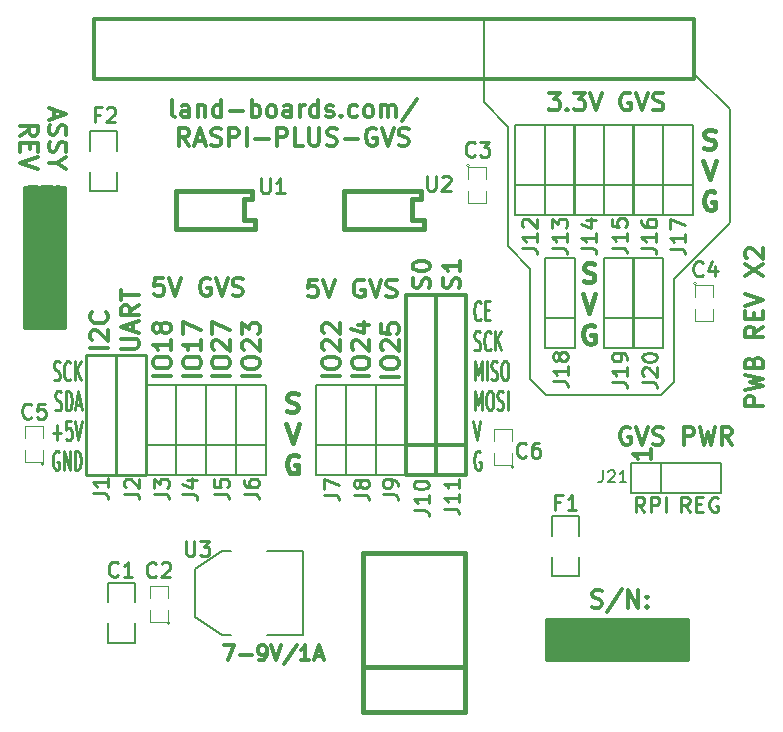
<source format=gto>
G04 (created by PCBNEW (2013-05-31 BZR 4019)-stable) date 8/9/2014 12:33:10 AM*
%MOIN*%
G04 Gerber Fmt 3.4, Leading zero omitted, Abs format*
%FSLAX34Y34*%
G01*
G70*
G90*
G04 APERTURE LIST*
%ADD10C,0.00590551*%
%ADD11C,0.00984252*%
%ADD12C,0.00787402*%
%ADD13C,0.011811*%
%ADD14C,0.015*%
%ADD15C,0.00875*%
%ADD16C,0.01*%
%ADD17C,0.006*%
%ADD18C,0.012*%
%ADD19C,0.005*%
%ADD20C,0.008*%
%ADD21C,0.0039*%
%ADD22C,0.025*%
G04 APERTURE END LIST*
G54D10*
G54D11*
X21135Y-16816D02*
X20968Y-16578D01*
X20849Y-16816D02*
X20849Y-16316D01*
X21039Y-16316D01*
X21087Y-16340D01*
X21111Y-16364D01*
X21135Y-16411D01*
X21135Y-16483D01*
X21111Y-16530D01*
X21087Y-16554D01*
X21039Y-16578D01*
X20849Y-16578D01*
X21349Y-16816D02*
X21349Y-16316D01*
X21539Y-16316D01*
X21587Y-16340D01*
X21611Y-16364D01*
X21635Y-16411D01*
X21635Y-16483D01*
X21611Y-16530D01*
X21587Y-16554D01*
X21539Y-16578D01*
X21349Y-16578D01*
X21849Y-16816D02*
X21849Y-16316D01*
G54D12*
X15790Y-3160D02*
X15790Y-350D01*
X16570Y-3940D02*
X15790Y-3160D01*
X17310Y-12370D02*
X17310Y-8690D01*
X17840Y-12900D02*
X17310Y-12370D01*
X21680Y-12900D02*
X17840Y-12900D01*
X22110Y-12470D02*
X21680Y-12900D01*
X22110Y-9040D02*
X22110Y-12470D01*
X23980Y-7170D02*
X22110Y-9040D01*
G54D11*
X22653Y-16816D02*
X22486Y-16578D01*
X22367Y-16816D02*
X22367Y-16316D01*
X22557Y-16316D01*
X22605Y-16340D01*
X22629Y-16364D01*
X22653Y-16411D01*
X22653Y-16483D01*
X22629Y-16530D01*
X22605Y-16554D01*
X22557Y-16578D01*
X22367Y-16578D01*
X22867Y-16554D02*
X23034Y-16554D01*
X23105Y-16816D02*
X22867Y-16816D01*
X22867Y-16316D01*
X23105Y-16316D01*
X23581Y-16340D02*
X23534Y-16316D01*
X23462Y-16316D01*
X23391Y-16340D01*
X23343Y-16387D01*
X23319Y-16435D01*
X23296Y-16530D01*
X23296Y-16602D01*
X23319Y-16697D01*
X23343Y-16745D01*
X23391Y-16792D01*
X23462Y-16816D01*
X23510Y-16816D01*
X23581Y-16792D01*
X23605Y-16768D01*
X23605Y-16602D01*
X23510Y-16602D01*
G54D13*
X20658Y-14007D02*
X20601Y-13979D01*
X20517Y-13979D01*
X20433Y-14007D01*
X20376Y-14063D01*
X20348Y-14119D01*
X20320Y-14232D01*
X20320Y-14316D01*
X20348Y-14429D01*
X20376Y-14485D01*
X20433Y-14541D01*
X20517Y-14569D01*
X20573Y-14569D01*
X20658Y-14541D01*
X20686Y-14513D01*
X20686Y-14316D01*
X20573Y-14316D01*
X20854Y-13979D02*
X21051Y-14569D01*
X21248Y-13979D01*
X21417Y-14541D02*
X21501Y-14569D01*
X21642Y-14569D01*
X21698Y-14541D01*
X21726Y-14513D01*
X21754Y-14457D01*
X21754Y-14401D01*
X21726Y-14344D01*
X21698Y-14316D01*
X21642Y-14288D01*
X21529Y-14260D01*
X21473Y-14232D01*
X21445Y-14204D01*
X21417Y-14147D01*
X21417Y-14091D01*
X21445Y-14035D01*
X21473Y-14007D01*
X21529Y-13979D01*
X21670Y-13979D01*
X21754Y-14007D01*
X22457Y-14569D02*
X22457Y-13979D01*
X22682Y-13979D01*
X22739Y-14007D01*
X22767Y-14035D01*
X22795Y-14091D01*
X22795Y-14176D01*
X22767Y-14232D01*
X22739Y-14260D01*
X22682Y-14288D01*
X22457Y-14288D01*
X22992Y-13979D02*
X23132Y-14569D01*
X23245Y-14147D01*
X23357Y-14569D01*
X23498Y-13979D01*
X24060Y-14569D02*
X23863Y-14288D01*
X23723Y-14569D02*
X23723Y-13979D01*
X23948Y-13979D01*
X24004Y-14007D01*
X24032Y-14035D01*
X24060Y-14091D01*
X24060Y-14176D01*
X24032Y-14232D01*
X24004Y-14260D01*
X23948Y-14288D01*
X23723Y-14288D01*
X10232Y-9068D02*
X9951Y-9068D01*
X9923Y-9349D01*
X9951Y-9321D01*
X10007Y-9293D01*
X10148Y-9293D01*
X10204Y-9321D01*
X10232Y-9349D01*
X10261Y-9405D01*
X10261Y-9546D01*
X10232Y-9602D01*
X10204Y-9630D01*
X10148Y-9659D01*
X10007Y-9659D01*
X9951Y-9630D01*
X9923Y-9602D01*
X10429Y-9068D02*
X10626Y-9659D01*
X10823Y-9068D01*
X11779Y-9096D02*
X11723Y-9068D01*
X11639Y-9068D01*
X11554Y-9096D01*
X11498Y-9152D01*
X11470Y-9209D01*
X11442Y-9321D01*
X11442Y-9405D01*
X11470Y-9518D01*
X11498Y-9574D01*
X11554Y-9630D01*
X11639Y-9659D01*
X11695Y-9659D01*
X11779Y-9630D01*
X11807Y-9602D01*
X11807Y-9405D01*
X11695Y-9405D01*
X11976Y-9068D02*
X12173Y-9659D01*
X12370Y-9068D01*
X12538Y-9630D02*
X12623Y-9659D01*
X12763Y-9659D01*
X12820Y-9630D01*
X12848Y-9602D01*
X12876Y-9546D01*
X12876Y-9490D01*
X12848Y-9434D01*
X12820Y-9405D01*
X12763Y-9377D01*
X12651Y-9349D01*
X12595Y-9321D01*
X12567Y-9293D01*
X12538Y-9237D01*
X12538Y-9180D01*
X12567Y-9124D01*
X12595Y-9096D01*
X12651Y-9068D01*
X12792Y-9068D01*
X12876Y-9096D01*
G54D12*
X23976Y-3385D02*
X22795Y-2204D01*
X23976Y-7165D02*
X23976Y-3385D01*
X16574Y-7952D02*
X17322Y-8700D01*
X16574Y-3937D02*
X16574Y-7952D01*
G54D14*
X23128Y-4672D02*
X23217Y-4701D01*
X23366Y-4701D01*
X23426Y-4672D01*
X23455Y-4642D01*
X23485Y-4582D01*
X23485Y-4523D01*
X23455Y-4463D01*
X23426Y-4433D01*
X23366Y-4404D01*
X23247Y-4374D01*
X23188Y-4344D01*
X23158Y-4314D01*
X23128Y-4255D01*
X23128Y-4195D01*
X23158Y-4136D01*
X23188Y-4106D01*
X23247Y-4076D01*
X23396Y-4076D01*
X23485Y-4106D01*
X23098Y-5101D02*
X23307Y-5726D01*
X23515Y-5101D01*
X23470Y-6156D02*
X23411Y-6126D01*
X23321Y-6126D01*
X23232Y-6156D01*
X23173Y-6216D01*
X23143Y-6275D01*
X23113Y-6394D01*
X23113Y-6483D01*
X23143Y-6602D01*
X23173Y-6662D01*
X23232Y-6722D01*
X23321Y-6751D01*
X23381Y-6751D01*
X23470Y-6722D01*
X23500Y-6692D01*
X23500Y-6483D01*
X23381Y-6483D01*
X19112Y-9120D02*
X19202Y-9150D01*
X19350Y-9150D01*
X19410Y-9120D01*
X19440Y-9091D01*
X19469Y-9031D01*
X19469Y-8972D01*
X19440Y-8912D01*
X19410Y-8882D01*
X19350Y-8852D01*
X19231Y-8823D01*
X19172Y-8793D01*
X19142Y-8763D01*
X19112Y-8704D01*
X19112Y-8644D01*
X19142Y-8585D01*
X19172Y-8555D01*
X19231Y-8525D01*
X19380Y-8525D01*
X19469Y-8555D01*
X19083Y-9550D02*
X19291Y-10175D01*
X19499Y-9550D01*
X19455Y-10605D02*
X19395Y-10575D01*
X19306Y-10575D01*
X19216Y-10605D01*
X19157Y-10664D01*
X19127Y-10724D01*
X19097Y-10843D01*
X19097Y-10932D01*
X19127Y-11051D01*
X19157Y-11111D01*
X19216Y-11170D01*
X19306Y-11200D01*
X19365Y-11200D01*
X19455Y-11170D01*
X19484Y-11141D01*
X19484Y-10932D01*
X19365Y-10932D01*
G54D13*
X17943Y-2838D02*
X18309Y-2838D01*
X18112Y-3063D01*
X18196Y-3063D01*
X18253Y-3091D01*
X18281Y-3119D01*
X18309Y-3175D01*
X18309Y-3316D01*
X18281Y-3372D01*
X18253Y-3400D01*
X18196Y-3429D01*
X18028Y-3429D01*
X17971Y-3400D01*
X17943Y-3372D01*
X18562Y-3372D02*
X18590Y-3400D01*
X18562Y-3429D01*
X18534Y-3400D01*
X18562Y-3372D01*
X18562Y-3429D01*
X18787Y-2838D02*
X19152Y-2838D01*
X18956Y-3063D01*
X19040Y-3063D01*
X19096Y-3091D01*
X19124Y-3119D01*
X19152Y-3175D01*
X19152Y-3316D01*
X19124Y-3372D01*
X19096Y-3400D01*
X19040Y-3429D01*
X18871Y-3429D01*
X18815Y-3400D01*
X18787Y-3372D01*
X19321Y-2838D02*
X19518Y-3429D01*
X19715Y-2838D01*
X20671Y-2866D02*
X20615Y-2838D01*
X20530Y-2838D01*
X20446Y-2866D01*
X20390Y-2922D01*
X20362Y-2979D01*
X20334Y-3091D01*
X20334Y-3175D01*
X20362Y-3288D01*
X20390Y-3344D01*
X20446Y-3400D01*
X20530Y-3429D01*
X20587Y-3429D01*
X20671Y-3400D01*
X20699Y-3372D01*
X20699Y-3175D01*
X20587Y-3175D01*
X20868Y-2838D02*
X21065Y-3429D01*
X21262Y-2838D01*
X21430Y-3400D02*
X21515Y-3429D01*
X21655Y-3429D01*
X21711Y-3400D01*
X21740Y-3372D01*
X21768Y-3316D01*
X21768Y-3260D01*
X21740Y-3204D01*
X21711Y-3175D01*
X21655Y-3147D01*
X21543Y-3119D01*
X21486Y-3091D01*
X21458Y-3063D01*
X21430Y-3007D01*
X21430Y-2950D01*
X21458Y-2894D01*
X21486Y-2866D01*
X21543Y-2838D01*
X21683Y-2838D01*
X21768Y-2866D01*
X5102Y-9018D02*
X4821Y-9018D01*
X4793Y-9299D01*
X4821Y-9271D01*
X4877Y-9243D01*
X5018Y-9243D01*
X5074Y-9271D01*
X5102Y-9299D01*
X5131Y-9355D01*
X5131Y-9496D01*
X5102Y-9552D01*
X5074Y-9580D01*
X5018Y-9609D01*
X4877Y-9609D01*
X4821Y-9580D01*
X4793Y-9552D01*
X5299Y-9018D02*
X5496Y-9609D01*
X5693Y-9018D01*
X6649Y-9046D02*
X6593Y-9018D01*
X6509Y-9018D01*
X6424Y-9046D01*
X6368Y-9102D01*
X6340Y-9159D01*
X6312Y-9271D01*
X6312Y-9355D01*
X6340Y-9468D01*
X6368Y-9524D01*
X6424Y-9580D01*
X6509Y-9609D01*
X6565Y-9609D01*
X6649Y-9580D01*
X6677Y-9552D01*
X6677Y-9355D01*
X6565Y-9355D01*
X6846Y-9018D02*
X7043Y-9609D01*
X7240Y-9018D01*
X7408Y-9580D02*
X7493Y-9609D01*
X7633Y-9609D01*
X7690Y-9580D01*
X7718Y-9552D01*
X7746Y-9496D01*
X7746Y-9440D01*
X7718Y-9384D01*
X7690Y-9355D01*
X7633Y-9327D01*
X7521Y-9299D01*
X7465Y-9271D01*
X7437Y-9243D01*
X7408Y-9187D01*
X7408Y-9130D01*
X7437Y-9074D01*
X7465Y-9046D01*
X7521Y-9018D01*
X7662Y-9018D01*
X7746Y-9046D01*
X25081Y-13284D02*
X24491Y-13284D01*
X24491Y-13059D01*
X24519Y-13003D01*
X24547Y-12975D01*
X24603Y-12947D01*
X24687Y-12947D01*
X24744Y-12975D01*
X24772Y-13003D01*
X24800Y-13059D01*
X24800Y-13284D01*
X24491Y-12750D02*
X25081Y-12609D01*
X24659Y-12497D01*
X25081Y-12384D01*
X24491Y-12244D01*
X24772Y-11822D02*
X24800Y-11737D01*
X24828Y-11709D01*
X24884Y-11681D01*
X24969Y-11681D01*
X25025Y-11709D01*
X25053Y-11737D01*
X25081Y-11794D01*
X25081Y-12019D01*
X24491Y-12019D01*
X24491Y-11822D01*
X24519Y-11766D01*
X24547Y-11737D01*
X24603Y-11709D01*
X24659Y-11709D01*
X24715Y-11737D01*
X24744Y-11766D01*
X24772Y-11822D01*
X24772Y-12019D01*
X25081Y-10641D02*
X24800Y-10838D01*
X25081Y-10978D02*
X24491Y-10978D01*
X24491Y-10753D01*
X24519Y-10697D01*
X24547Y-10669D01*
X24603Y-10641D01*
X24687Y-10641D01*
X24744Y-10669D01*
X24772Y-10697D01*
X24800Y-10753D01*
X24800Y-10978D01*
X24772Y-10388D02*
X24772Y-10191D01*
X25081Y-10106D02*
X25081Y-10388D01*
X24491Y-10388D01*
X24491Y-10106D01*
X24491Y-9938D02*
X25081Y-9741D01*
X24491Y-9544D01*
X24491Y-8953D02*
X25081Y-8560D01*
X24491Y-8560D02*
X25081Y-8953D01*
X24547Y-8363D02*
X24519Y-8335D01*
X24491Y-8278D01*
X24491Y-8138D01*
X24519Y-8082D01*
X24547Y-8053D01*
X24603Y-8025D01*
X24659Y-8025D01*
X24744Y-8053D01*
X25081Y-8391D01*
X25081Y-8025D01*
X1449Y-3405D02*
X1449Y-3686D01*
X1280Y-3349D02*
X1871Y-3545D01*
X1280Y-3742D01*
X1309Y-3911D02*
X1280Y-3995D01*
X1280Y-4136D01*
X1309Y-4192D01*
X1337Y-4220D01*
X1393Y-4248D01*
X1449Y-4248D01*
X1505Y-4220D01*
X1534Y-4192D01*
X1562Y-4136D01*
X1590Y-4023D01*
X1618Y-3967D01*
X1646Y-3939D01*
X1702Y-3911D01*
X1759Y-3911D01*
X1815Y-3939D01*
X1843Y-3967D01*
X1871Y-4023D01*
X1871Y-4164D01*
X1843Y-4248D01*
X1309Y-4473D02*
X1280Y-4558D01*
X1280Y-4698D01*
X1309Y-4755D01*
X1337Y-4783D01*
X1393Y-4811D01*
X1449Y-4811D01*
X1505Y-4783D01*
X1534Y-4755D01*
X1562Y-4698D01*
X1590Y-4586D01*
X1618Y-4530D01*
X1646Y-4501D01*
X1702Y-4473D01*
X1759Y-4473D01*
X1815Y-4501D01*
X1843Y-4530D01*
X1871Y-4586D01*
X1871Y-4726D01*
X1843Y-4811D01*
X1562Y-5176D02*
X1280Y-5176D01*
X1871Y-4980D02*
X1562Y-5176D01*
X1871Y-5373D01*
X336Y-4277D02*
X617Y-4080D01*
X336Y-3939D02*
X926Y-3939D01*
X926Y-4164D01*
X898Y-4220D01*
X870Y-4248D01*
X814Y-4277D01*
X729Y-4277D01*
X673Y-4248D01*
X645Y-4220D01*
X617Y-4164D01*
X617Y-3939D01*
X645Y-4530D02*
X645Y-4726D01*
X336Y-4811D02*
X336Y-4530D01*
X926Y-4530D01*
X926Y-4811D01*
X926Y-4980D02*
X336Y-5176D01*
X926Y-5373D01*
X19386Y-19974D02*
X19471Y-20002D01*
X19611Y-20002D01*
X19668Y-19974D01*
X19696Y-19946D01*
X19724Y-19890D01*
X19724Y-19834D01*
X19696Y-19777D01*
X19668Y-19749D01*
X19611Y-19721D01*
X19499Y-19693D01*
X19443Y-19665D01*
X19415Y-19637D01*
X19386Y-19580D01*
X19386Y-19524D01*
X19415Y-19468D01*
X19443Y-19440D01*
X19499Y-19412D01*
X19640Y-19412D01*
X19724Y-19440D01*
X20399Y-19384D02*
X19893Y-20143D01*
X20596Y-20002D02*
X20596Y-19412D01*
X20933Y-20002D01*
X20933Y-19412D01*
X21214Y-19946D02*
X21242Y-19974D01*
X21214Y-20002D01*
X21186Y-19974D01*
X21214Y-19946D01*
X21214Y-20002D01*
X21214Y-19637D02*
X21242Y-19665D01*
X21214Y-19693D01*
X21186Y-19665D01*
X21214Y-19637D01*
X21214Y-19693D01*
X21341Y-14713D02*
X21341Y-15050D01*
X21341Y-14881D02*
X20750Y-14881D01*
X20835Y-14938D01*
X20891Y-14994D01*
X20919Y-15050D01*
X7137Y-21262D02*
X7470Y-21262D01*
X7256Y-21762D01*
X7660Y-21571D02*
X8041Y-21571D01*
X8303Y-21762D02*
X8399Y-21762D01*
X8446Y-21738D01*
X8470Y-21714D01*
X8518Y-21643D01*
X8541Y-21548D01*
X8541Y-21357D01*
X8518Y-21310D01*
X8494Y-21286D01*
X8446Y-21262D01*
X8351Y-21262D01*
X8303Y-21286D01*
X8280Y-21310D01*
X8256Y-21357D01*
X8256Y-21476D01*
X8280Y-21524D01*
X8303Y-21548D01*
X8351Y-21571D01*
X8446Y-21571D01*
X8494Y-21548D01*
X8518Y-21524D01*
X8541Y-21476D01*
X8684Y-21262D02*
X8851Y-21762D01*
X9018Y-21262D01*
X9541Y-21238D02*
X9113Y-21881D01*
X9970Y-21762D02*
X9684Y-21762D01*
X9827Y-21762D02*
X9827Y-21262D01*
X9780Y-21333D01*
X9732Y-21381D01*
X9684Y-21405D01*
X10160Y-21619D02*
X10399Y-21619D01*
X10113Y-21762D02*
X10280Y-21262D01*
X10446Y-21762D01*
G54D15*
X1441Y-12403D02*
X1491Y-12433D01*
X1574Y-12433D01*
X1607Y-12403D01*
X1624Y-12372D01*
X1641Y-12310D01*
X1641Y-12248D01*
X1624Y-12186D01*
X1607Y-12155D01*
X1574Y-12124D01*
X1507Y-12093D01*
X1474Y-12062D01*
X1457Y-12031D01*
X1441Y-11969D01*
X1441Y-11907D01*
X1457Y-11845D01*
X1474Y-11814D01*
X1507Y-11783D01*
X1591Y-11783D01*
X1641Y-11814D01*
X1991Y-12372D02*
X1974Y-12403D01*
X1924Y-12433D01*
X1891Y-12433D01*
X1841Y-12403D01*
X1807Y-12341D01*
X1791Y-12279D01*
X1774Y-12155D01*
X1774Y-12062D01*
X1791Y-11938D01*
X1807Y-11876D01*
X1841Y-11814D01*
X1891Y-11783D01*
X1924Y-11783D01*
X1974Y-11814D01*
X1991Y-11845D01*
X2141Y-12433D02*
X2141Y-11783D01*
X2341Y-12433D02*
X2191Y-12062D01*
X2341Y-11783D02*
X2141Y-12155D01*
X1491Y-13400D02*
X1541Y-13431D01*
X1624Y-13431D01*
X1657Y-13400D01*
X1674Y-13369D01*
X1691Y-13307D01*
X1691Y-13245D01*
X1674Y-13183D01*
X1657Y-13152D01*
X1624Y-13121D01*
X1557Y-13090D01*
X1524Y-13060D01*
X1507Y-13029D01*
X1491Y-12967D01*
X1491Y-12905D01*
X1507Y-12843D01*
X1524Y-12812D01*
X1557Y-12781D01*
X1641Y-12781D01*
X1691Y-12812D01*
X1841Y-13431D02*
X1841Y-12781D01*
X1924Y-12781D01*
X1974Y-12812D01*
X2007Y-12874D01*
X2024Y-12936D01*
X2041Y-13060D01*
X2041Y-13152D01*
X2024Y-13276D01*
X2007Y-13338D01*
X1974Y-13400D01*
X1924Y-13431D01*
X1841Y-13431D01*
X2174Y-13245D02*
X2341Y-13245D01*
X2141Y-13431D02*
X2257Y-12781D01*
X2374Y-13431D01*
X1424Y-14181D02*
X1691Y-14181D01*
X1557Y-14428D02*
X1557Y-13933D01*
X2024Y-13778D02*
X1857Y-13778D01*
X1841Y-14088D01*
X1857Y-14057D01*
X1891Y-14026D01*
X1974Y-14026D01*
X2007Y-14057D01*
X2024Y-14088D01*
X2041Y-14150D01*
X2041Y-14305D01*
X2024Y-14367D01*
X2007Y-14398D01*
X1974Y-14428D01*
X1891Y-14428D01*
X1857Y-14398D01*
X1841Y-14367D01*
X2141Y-13778D02*
X2257Y-14428D01*
X2374Y-13778D01*
X1607Y-14807D02*
X1574Y-14776D01*
X1524Y-14776D01*
X1474Y-14807D01*
X1441Y-14869D01*
X1424Y-14931D01*
X1407Y-15055D01*
X1407Y-15147D01*
X1424Y-15271D01*
X1441Y-15333D01*
X1474Y-15395D01*
X1524Y-15426D01*
X1557Y-15426D01*
X1607Y-15395D01*
X1624Y-15364D01*
X1624Y-15147D01*
X1557Y-15147D01*
X1774Y-15426D02*
X1774Y-14776D01*
X1974Y-15426D01*
X1974Y-14776D01*
X2141Y-15426D02*
X2141Y-14776D01*
X2224Y-14776D01*
X2274Y-14807D01*
X2307Y-14869D01*
X2324Y-14931D01*
X2341Y-15055D01*
X2341Y-15147D01*
X2324Y-15271D01*
X2307Y-15333D01*
X2274Y-15395D01*
X2224Y-15426D01*
X2141Y-15426D01*
X15680Y-10372D02*
X15663Y-10403D01*
X15613Y-10433D01*
X15580Y-10433D01*
X15530Y-10403D01*
X15496Y-10341D01*
X15480Y-10279D01*
X15463Y-10155D01*
X15463Y-10062D01*
X15480Y-9938D01*
X15496Y-9876D01*
X15530Y-9814D01*
X15580Y-9783D01*
X15613Y-9783D01*
X15663Y-9814D01*
X15680Y-9845D01*
X15830Y-10093D02*
X15946Y-10093D01*
X15996Y-10433D02*
X15830Y-10433D01*
X15830Y-9783D01*
X15996Y-9783D01*
X15463Y-11400D02*
X15513Y-11431D01*
X15596Y-11431D01*
X15630Y-11400D01*
X15646Y-11369D01*
X15663Y-11307D01*
X15663Y-11245D01*
X15646Y-11183D01*
X15630Y-11152D01*
X15596Y-11121D01*
X15530Y-11090D01*
X15496Y-11060D01*
X15480Y-11029D01*
X15463Y-10967D01*
X15463Y-10905D01*
X15480Y-10843D01*
X15496Y-10812D01*
X15530Y-10781D01*
X15613Y-10781D01*
X15663Y-10812D01*
X16013Y-11369D02*
X15996Y-11400D01*
X15946Y-11431D01*
X15913Y-11431D01*
X15863Y-11400D01*
X15830Y-11338D01*
X15813Y-11276D01*
X15796Y-11152D01*
X15796Y-11060D01*
X15813Y-10936D01*
X15830Y-10874D01*
X15863Y-10812D01*
X15913Y-10781D01*
X15946Y-10781D01*
X15996Y-10812D01*
X16013Y-10843D01*
X16163Y-11431D02*
X16163Y-10781D01*
X16363Y-11431D02*
X16213Y-11060D01*
X16363Y-10781D02*
X16163Y-11152D01*
X15480Y-12428D02*
X15480Y-11778D01*
X15596Y-12243D01*
X15713Y-11778D01*
X15713Y-12428D01*
X15880Y-12428D02*
X15880Y-11778D01*
X16030Y-12398D02*
X16080Y-12428D01*
X16163Y-12428D01*
X16196Y-12398D01*
X16213Y-12367D01*
X16230Y-12305D01*
X16230Y-12243D01*
X16213Y-12181D01*
X16196Y-12150D01*
X16163Y-12119D01*
X16096Y-12088D01*
X16063Y-12057D01*
X16046Y-12026D01*
X16030Y-11964D01*
X16030Y-11902D01*
X16046Y-11840D01*
X16063Y-11809D01*
X16096Y-11778D01*
X16180Y-11778D01*
X16230Y-11809D01*
X16446Y-11778D02*
X16513Y-11778D01*
X16546Y-11809D01*
X16580Y-11871D01*
X16596Y-11995D01*
X16596Y-12212D01*
X16580Y-12336D01*
X16546Y-12398D01*
X16513Y-12428D01*
X16446Y-12428D01*
X16413Y-12398D01*
X16380Y-12336D01*
X16363Y-12212D01*
X16363Y-11995D01*
X16380Y-11871D01*
X16413Y-11809D01*
X16446Y-11778D01*
X15480Y-13426D02*
X15480Y-12776D01*
X15596Y-13240D01*
X15713Y-12776D01*
X15713Y-13426D01*
X15946Y-12776D02*
X16013Y-12776D01*
X16046Y-12807D01*
X16080Y-12869D01*
X16096Y-12993D01*
X16096Y-13209D01*
X16080Y-13333D01*
X16046Y-13395D01*
X16013Y-13426D01*
X15946Y-13426D01*
X15913Y-13395D01*
X15880Y-13333D01*
X15863Y-13209D01*
X15863Y-12993D01*
X15880Y-12869D01*
X15913Y-12807D01*
X15946Y-12776D01*
X16230Y-13395D02*
X16280Y-13426D01*
X16363Y-13426D01*
X16396Y-13395D01*
X16413Y-13364D01*
X16430Y-13302D01*
X16430Y-13240D01*
X16413Y-13178D01*
X16396Y-13147D01*
X16363Y-13116D01*
X16296Y-13085D01*
X16263Y-13055D01*
X16246Y-13024D01*
X16230Y-12962D01*
X16230Y-12900D01*
X16246Y-12838D01*
X16263Y-12807D01*
X16296Y-12776D01*
X16380Y-12776D01*
X16430Y-12807D01*
X16580Y-13426D02*
X16580Y-12776D01*
X15430Y-13773D02*
X15546Y-14423D01*
X15663Y-13773D01*
X15663Y-14802D02*
X15630Y-14771D01*
X15580Y-14771D01*
X15530Y-14802D01*
X15496Y-14864D01*
X15480Y-14926D01*
X15463Y-15050D01*
X15463Y-15142D01*
X15480Y-15266D01*
X15496Y-15328D01*
X15530Y-15390D01*
X15580Y-15421D01*
X15613Y-15421D01*
X15663Y-15390D01*
X15680Y-15359D01*
X15680Y-15142D01*
X15613Y-15142D01*
G54D13*
X5488Y-3659D02*
X5432Y-3630D01*
X5404Y-3574D01*
X5404Y-3068D01*
X5966Y-3659D02*
X5966Y-3349D01*
X5938Y-3293D01*
X5882Y-3265D01*
X5770Y-3265D01*
X5713Y-3293D01*
X5966Y-3630D02*
X5910Y-3659D01*
X5770Y-3659D01*
X5713Y-3630D01*
X5685Y-3574D01*
X5685Y-3518D01*
X5713Y-3462D01*
X5770Y-3434D01*
X5910Y-3434D01*
X5966Y-3405D01*
X6248Y-3265D02*
X6248Y-3659D01*
X6248Y-3321D02*
X6276Y-3293D01*
X6332Y-3265D01*
X6416Y-3265D01*
X6473Y-3293D01*
X6501Y-3349D01*
X6501Y-3659D01*
X7035Y-3659D02*
X7035Y-3068D01*
X7035Y-3630D02*
X6979Y-3659D01*
X6866Y-3659D01*
X6810Y-3630D01*
X6782Y-3602D01*
X6754Y-3546D01*
X6754Y-3377D01*
X6782Y-3321D01*
X6810Y-3293D01*
X6866Y-3265D01*
X6979Y-3265D01*
X7035Y-3293D01*
X7316Y-3434D02*
X7766Y-3434D01*
X8047Y-3659D02*
X8047Y-3068D01*
X8047Y-3293D02*
X8104Y-3265D01*
X8216Y-3265D01*
X8272Y-3293D01*
X8301Y-3321D01*
X8329Y-3377D01*
X8329Y-3546D01*
X8301Y-3602D01*
X8272Y-3630D01*
X8216Y-3659D01*
X8104Y-3659D01*
X8047Y-3630D01*
X8666Y-3659D02*
X8610Y-3630D01*
X8582Y-3602D01*
X8554Y-3546D01*
X8554Y-3377D01*
X8582Y-3321D01*
X8610Y-3293D01*
X8666Y-3265D01*
X8751Y-3265D01*
X8807Y-3293D01*
X8835Y-3321D01*
X8863Y-3377D01*
X8863Y-3546D01*
X8835Y-3602D01*
X8807Y-3630D01*
X8751Y-3659D01*
X8666Y-3659D01*
X9369Y-3659D02*
X9369Y-3349D01*
X9341Y-3293D01*
X9285Y-3265D01*
X9172Y-3265D01*
X9116Y-3293D01*
X9369Y-3630D02*
X9313Y-3659D01*
X9172Y-3659D01*
X9116Y-3630D01*
X9088Y-3574D01*
X9088Y-3518D01*
X9116Y-3462D01*
X9172Y-3434D01*
X9313Y-3434D01*
X9369Y-3405D01*
X9650Y-3659D02*
X9650Y-3265D01*
X9650Y-3377D02*
X9679Y-3321D01*
X9707Y-3293D01*
X9763Y-3265D01*
X9819Y-3265D01*
X10269Y-3659D02*
X10269Y-3068D01*
X10269Y-3630D02*
X10213Y-3659D01*
X10100Y-3659D01*
X10044Y-3630D01*
X10016Y-3602D01*
X9988Y-3546D01*
X9988Y-3377D01*
X10016Y-3321D01*
X10044Y-3293D01*
X10100Y-3265D01*
X10213Y-3265D01*
X10269Y-3293D01*
X10522Y-3630D02*
X10578Y-3659D01*
X10691Y-3659D01*
X10747Y-3630D01*
X10775Y-3574D01*
X10775Y-3546D01*
X10747Y-3490D01*
X10691Y-3462D01*
X10607Y-3462D01*
X10550Y-3434D01*
X10522Y-3377D01*
X10522Y-3349D01*
X10550Y-3293D01*
X10607Y-3265D01*
X10691Y-3265D01*
X10747Y-3293D01*
X11028Y-3602D02*
X11056Y-3630D01*
X11028Y-3659D01*
X11000Y-3630D01*
X11028Y-3602D01*
X11028Y-3659D01*
X11563Y-3630D02*
X11506Y-3659D01*
X11394Y-3659D01*
X11338Y-3630D01*
X11310Y-3602D01*
X11281Y-3546D01*
X11281Y-3377D01*
X11310Y-3321D01*
X11338Y-3293D01*
X11394Y-3265D01*
X11506Y-3265D01*
X11563Y-3293D01*
X11900Y-3659D02*
X11844Y-3630D01*
X11816Y-3602D01*
X11788Y-3546D01*
X11788Y-3377D01*
X11816Y-3321D01*
X11844Y-3293D01*
X11900Y-3265D01*
X11984Y-3265D01*
X12041Y-3293D01*
X12069Y-3321D01*
X12097Y-3377D01*
X12097Y-3546D01*
X12069Y-3602D01*
X12041Y-3630D01*
X11984Y-3659D01*
X11900Y-3659D01*
X12350Y-3659D02*
X12350Y-3265D01*
X12350Y-3321D02*
X12378Y-3293D01*
X12434Y-3265D01*
X12519Y-3265D01*
X12575Y-3293D01*
X12603Y-3349D01*
X12603Y-3659D01*
X12603Y-3349D02*
X12631Y-3293D01*
X12688Y-3265D01*
X12772Y-3265D01*
X12828Y-3293D01*
X12856Y-3349D01*
X12856Y-3659D01*
X13559Y-3040D02*
X13053Y-3799D01*
X5966Y-4603D02*
X5770Y-4322D01*
X5629Y-4603D02*
X5629Y-4013D01*
X5854Y-4013D01*
X5910Y-4041D01*
X5938Y-4069D01*
X5966Y-4125D01*
X5966Y-4210D01*
X5938Y-4266D01*
X5910Y-4294D01*
X5854Y-4322D01*
X5629Y-4322D01*
X6191Y-4435D02*
X6473Y-4435D01*
X6135Y-4603D02*
X6332Y-4013D01*
X6529Y-4603D01*
X6698Y-4575D02*
X6782Y-4603D01*
X6923Y-4603D01*
X6979Y-4575D01*
X7007Y-4547D01*
X7035Y-4491D01*
X7035Y-4435D01*
X7007Y-4378D01*
X6979Y-4350D01*
X6923Y-4322D01*
X6810Y-4294D01*
X6754Y-4266D01*
X6726Y-4238D01*
X6698Y-4182D01*
X6698Y-4125D01*
X6726Y-4069D01*
X6754Y-4041D01*
X6810Y-4013D01*
X6951Y-4013D01*
X7035Y-4041D01*
X7288Y-4603D02*
X7288Y-4013D01*
X7513Y-4013D01*
X7569Y-4041D01*
X7598Y-4069D01*
X7626Y-4125D01*
X7626Y-4210D01*
X7598Y-4266D01*
X7569Y-4294D01*
X7513Y-4322D01*
X7288Y-4322D01*
X7879Y-4603D02*
X7879Y-4013D01*
X8160Y-4378D02*
X8610Y-4378D01*
X8891Y-4603D02*
X8891Y-4013D01*
X9116Y-4013D01*
X9172Y-4041D01*
X9200Y-4069D01*
X9229Y-4125D01*
X9229Y-4210D01*
X9200Y-4266D01*
X9172Y-4294D01*
X9116Y-4322D01*
X8891Y-4322D01*
X9763Y-4603D02*
X9482Y-4603D01*
X9482Y-4013D01*
X9960Y-4013D02*
X9960Y-4491D01*
X9988Y-4547D01*
X10016Y-4575D01*
X10072Y-4603D01*
X10185Y-4603D01*
X10241Y-4575D01*
X10269Y-4547D01*
X10297Y-4491D01*
X10297Y-4013D01*
X10550Y-4575D02*
X10635Y-4603D01*
X10775Y-4603D01*
X10832Y-4575D01*
X10860Y-4547D01*
X10888Y-4491D01*
X10888Y-4435D01*
X10860Y-4378D01*
X10832Y-4350D01*
X10775Y-4322D01*
X10663Y-4294D01*
X10607Y-4266D01*
X10578Y-4238D01*
X10550Y-4182D01*
X10550Y-4125D01*
X10578Y-4069D01*
X10607Y-4041D01*
X10663Y-4013D01*
X10803Y-4013D01*
X10888Y-4041D01*
X11141Y-4378D02*
X11591Y-4378D01*
X12181Y-4041D02*
X12125Y-4013D01*
X12041Y-4013D01*
X11956Y-4041D01*
X11900Y-4097D01*
X11872Y-4153D01*
X11844Y-4266D01*
X11844Y-4350D01*
X11872Y-4463D01*
X11900Y-4519D01*
X11956Y-4575D01*
X12041Y-4603D01*
X12097Y-4603D01*
X12181Y-4575D01*
X12209Y-4547D01*
X12209Y-4350D01*
X12097Y-4350D01*
X12378Y-4013D02*
X12575Y-4603D01*
X12772Y-4013D01*
X12941Y-4575D02*
X13025Y-4603D01*
X13166Y-4603D01*
X13222Y-4575D01*
X13250Y-4547D01*
X13278Y-4491D01*
X13278Y-4435D01*
X13250Y-4378D01*
X13222Y-4350D01*
X13166Y-4322D01*
X13053Y-4294D01*
X12997Y-4266D01*
X12969Y-4238D01*
X12941Y-4182D01*
X12941Y-4125D01*
X12969Y-4069D01*
X12997Y-4041D01*
X13053Y-4013D01*
X13194Y-4013D01*
X13278Y-4041D01*
X14970Y-9349D02*
X14999Y-9265D01*
X14999Y-9124D01*
X14970Y-9068D01*
X14942Y-9040D01*
X14886Y-9012D01*
X14830Y-9012D01*
X14774Y-9040D01*
X14745Y-9068D01*
X14717Y-9124D01*
X14689Y-9237D01*
X14661Y-9293D01*
X14633Y-9321D01*
X14577Y-9349D01*
X14520Y-9349D01*
X14464Y-9321D01*
X14436Y-9293D01*
X14408Y-9237D01*
X14408Y-9096D01*
X14436Y-9012D01*
X14999Y-8450D02*
X14999Y-8787D01*
X14999Y-8618D02*
X14408Y-8618D01*
X14492Y-8675D01*
X14549Y-8731D01*
X14577Y-8787D01*
X13970Y-9349D02*
X13999Y-9265D01*
X13999Y-9124D01*
X13970Y-9068D01*
X13942Y-9040D01*
X13886Y-9012D01*
X13830Y-9012D01*
X13774Y-9040D01*
X13745Y-9068D01*
X13717Y-9124D01*
X13689Y-9237D01*
X13661Y-9293D01*
X13633Y-9321D01*
X13577Y-9349D01*
X13520Y-9349D01*
X13464Y-9321D01*
X13436Y-9293D01*
X13408Y-9237D01*
X13408Y-9096D01*
X13436Y-9012D01*
X13408Y-8646D02*
X13408Y-8590D01*
X13436Y-8534D01*
X13464Y-8506D01*
X13520Y-8478D01*
X13633Y-8450D01*
X13774Y-8450D01*
X13886Y-8478D01*
X13942Y-8506D01*
X13970Y-8534D01*
X13999Y-8590D01*
X13999Y-8646D01*
X13970Y-8703D01*
X13942Y-8731D01*
X13886Y-8759D01*
X13774Y-8787D01*
X13633Y-8787D01*
X13520Y-8759D01*
X13464Y-8731D01*
X13436Y-8703D01*
X13408Y-8646D01*
X12959Y-12301D02*
X12368Y-12301D01*
X12368Y-11908D02*
X12368Y-11795D01*
X12396Y-11739D01*
X12452Y-11683D01*
X12565Y-11654D01*
X12762Y-11654D01*
X12874Y-11683D01*
X12930Y-11739D01*
X12959Y-11795D01*
X12959Y-11908D01*
X12930Y-11964D01*
X12874Y-12020D01*
X12762Y-12048D01*
X12565Y-12048D01*
X12452Y-12020D01*
X12396Y-11964D01*
X12368Y-11908D01*
X12424Y-11429D02*
X12396Y-11401D01*
X12368Y-11345D01*
X12368Y-11205D01*
X12396Y-11148D01*
X12424Y-11120D01*
X12480Y-11092D01*
X12537Y-11092D01*
X12621Y-11120D01*
X12959Y-11458D01*
X12959Y-11092D01*
X12368Y-10558D02*
X12368Y-10839D01*
X12649Y-10867D01*
X12621Y-10839D01*
X12593Y-10783D01*
X12593Y-10642D01*
X12621Y-10586D01*
X12649Y-10558D01*
X12705Y-10530D01*
X12846Y-10530D01*
X12902Y-10558D01*
X12930Y-10586D01*
X12959Y-10642D01*
X12959Y-10783D01*
X12930Y-10839D01*
X12902Y-10867D01*
X11969Y-12291D02*
X11378Y-12291D01*
X11378Y-11898D02*
X11378Y-11785D01*
X11406Y-11729D01*
X11462Y-11673D01*
X11575Y-11644D01*
X11772Y-11644D01*
X11884Y-11673D01*
X11940Y-11729D01*
X11969Y-11785D01*
X11969Y-11898D01*
X11940Y-11954D01*
X11884Y-12010D01*
X11772Y-12038D01*
X11575Y-12038D01*
X11462Y-12010D01*
X11406Y-11954D01*
X11378Y-11898D01*
X11434Y-11419D02*
X11406Y-11391D01*
X11378Y-11335D01*
X11378Y-11195D01*
X11406Y-11138D01*
X11434Y-11110D01*
X11490Y-11082D01*
X11547Y-11082D01*
X11631Y-11110D01*
X11969Y-11448D01*
X11969Y-11082D01*
X11575Y-10576D02*
X11969Y-10576D01*
X11350Y-10716D02*
X11772Y-10857D01*
X11772Y-10491D01*
X10979Y-12291D02*
X10388Y-12291D01*
X10388Y-11898D02*
X10388Y-11785D01*
X10416Y-11729D01*
X10472Y-11673D01*
X10585Y-11644D01*
X10782Y-11644D01*
X10894Y-11673D01*
X10950Y-11729D01*
X10979Y-11785D01*
X10979Y-11898D01*
X10950Y-11954D01*
X10894Y-12010D01*
X10782Y-12038D01*
X10585Y-12038D01*
X10472Y-12010D01*
X10416Y-11954D01*
X10388Y-11898D01*
X10444Y-11419D02*
X10416Y-11391D01*
X10388Y-11335D01*
X10388Y-11195D01*
X10416Y-11138D01*
X10444Y-11110D01*
X10500Y-11082D01*
X10557Y-11082D01*
X10641Y-11110D01*
X10979Y-11448D01*
X10979Y-11082D01*
X10444Y-10857D02*
X10416Y-10829D01*
X10388Y-10773D01*
X10388Y-10632D01*
X10416Y-10576D01*
X10444Y-10548D01*
X10500Y-10520D01*
X10557Y-10520D01*
X10641Y-10548D01*
X10979Y-10885D01*
X10979Y-10520D01*
X8319Y-12291D02*
X7728Y-12291D01*
X7728Y-11898D02*
X7728Y-11785D01*
X7756Y-11729D01*
X7812Y-11673D01*
X7925Y-11644D01*
X8122Y-11644D01*
X8234Y-11673D01*
X8290Y-11729D01*
X8319Y-11785D01*
X8319Y-11898D01*
X8290Y-11954D01*
X8234Y-12010D01*
X8122Y-12038D01*
X7925Y-12038D01*
X7812Y-12010D01*
X7756Y-11954D01*
X7728Y-11898D01*
X7784Y-11419D02*
X7756Y-11391D01*
X7728Y-11335D01*
X7728Y-11195D01*
X7756Y-11138D01*
X7784Y-11110D01*
X7840Y-11082D01*
X7897Y-11082D01*
X7981Y-11110D01*
X8319Y-11448D01*
X8319Y-11082D01*
X7728Y-10885D02*
X7728Y-10520D01*
X7953Y-10716D01*
X7953Y-10632D01*
X7981Y-10576D01*
X8009Y-10548D01*
X8065Y-10520D01*
X8206Y-10520D01*
X8262Y-10548D01*
X8290Y-10576D01*
X8319Y-10632D01*
X8319Y-10801D01*
X8290Y-10857D01*
X8262Y-10885D01*
X7309Y-12281D02*
X6718Y-12281D01*
X6718Y-11888D02*
X6718Y-11775D01*
X6746Y-11719D01*
X6802Y-11663D01*
X6915Y-11634D01*
X7112Y-11634D01*
X7224Y-11663D01*
X7280Y-11719D01*
X7309Y-11775D01*
X7309Y-11888D01*
X7280Y-11944D01*
X7224Y-12000D01*
X7112Y-12028D01*
X6915Y-12028D01*
X6802Y-12000D01*
X6746Y-11944D01*
X6718Y-11888D01*
X6774Y-11409D02*
X6746Y-11381D01*
X6718Y-11325D01*
X6718Y-11185D01*
X6746Y-11128D01*
X6774Y-11100D01*
X6830Y-11072D01*
X6887Y-11072D01*
X6971Y-11100D01*
X7309Y-11438D01*
X7309Y-11072D01*
X6718Y-10875D02*
X6718Y-10481D01*
X7309Y-10735D01*
X6359Y-12281D02*
X5768Y-12281D01*
X5768Y-11888D02*
X5768Y-11775D01*
X5796Y-11719D01*
X5852Y-11663D01*
X5965Y-11634D01*
X6162Y-11634D01*
X6274Y-11663D01*
X6330Y-11719D01*
X6359Y-11775D01*
X6359Y-11888D01*
X6330Y-11944D01*
X6274Y-12000D01*
X6162Y-12028D01*
X5965Y-12028D01*
X5852Y-12000D01*
X5796Y-11944D01*
X5768Y-11888D01*
X6359Y-11072D02*
X6359Y-11409D01*
X6359Y-11241D02*
X5768Y-11241D01*
X5852Y-11297D01*
X5909Y-11353D01*
X5937Y-11409D01*
X5768Y-10875D02*
X5768Y-10481D01*
X6359Y-10735D01*
X5349Y-12281D02*
X4758Y-12281D01*
X4758Y-11888D02*
X4758Y-11775D01*
X4786Y-11719D01*
X4842Y-11663D01*
X4955Y-11634D01*
X5152Y-11634D01*
X5264Y-11663D01*
X5320Y-11719D01*
X5349Y-11775D01*
X5349Y-11888D01*
X5320Y-11944D01*
X5264Y-12000D01*
X5152Y-12028D01*
X4955Y-12028D01*
X4842Y-12000D01*
X4786Y-11944D01*
X4758Y-11888D01*
X5349Y-11072D02*
X5349Y-11409D01*
X5349Y-11241D02*
X4758Y-11241D01*
X4842Y-11297D01*
X4899Y-11353D01*
X4927Y-11409D01*
X5011Y-10735D02*
X4983Y-10791D01*
X4955Y-10819D01*
X4899Y-10847D01*
X4870Y-10847D01*
X4814Y-10819D01*
X4786Y-10791D01*
X4758Y-10735D01*
X4758Y-10622D01*
X4786Y-10566D01*
X4814Y-10538D01*
X4870Y-10510D01*
X4899Y-10510D01*
X4955Y-10538D01*
X4983Y-10566D01*
X5011Y-10622D01*
X5011Y-10735D01*
X5039Y-10791D01*
X5067Y-10819D01*
X5124Y-10847D01*
X5236Y-10847D01*
X5292Y-10819D01*
X5320Y-10791D01*
X5349Y-10735D01*
X5349Y-10622D01*
X5320Y-10566D01*
X5292Y-10538D01*
X5236Y-10510D01*
X5124Y-10510D01*
X5067Y-10538D01*
X5039Y-10566D01*
X5011Y-10622D01*
X3683Y-11375D02*
X4161Y-11375D01*
X4218Y-11347D01*
X4246Y-11318D01*
X4274Y-11262D01*
X4274Y-11150D01*
X4246Y-11093D01*
X4218Y-11065D01*
X4161Y-11037D01*
X3683Y-11037D01*
X4105Y-10784D02*
X4105Y-10503D01*
X4274Y-10840D02*
X3683Y-10643D01*
X4274Y-10447D01*
X4274Y-9912D02*
X3993Y-10109D01*
X4274Y-10250D02*
X3683Y-10250D01*
X3683Y-10025D01*
X3712Y-9969D01*
X3740Y-9940D01*
X3796Y-9912D01*
X3880Y-9912D01*
X3937Y-9940D01*
X3965Y-9969D01*
X3993Y-10025D01*
X3993Y-10250D01*
X3683Y-9744D02*
X3683Y-9406D01*
X4274Y-9575D02*
X3683Y-9575D01*
X3246Y-11347D02*
X2656Y-11347D01*
X2712Y-11094D02*
X2684Y-11066D01*
X2656Y-11009D01*
X2656Y-10869D01*
X2684Y-10813D01*
X2712Y-10784D01*
X2768Y-10756D01*
X2825Y-10756D01*
X2909Y-10784D01*
X3246Y-11122D01*
X3246Y-10756D01*
X3190Y-10166D02*
X3218Y-10194D01*
X3246Y-10278D01*
X3246Y-10334D01*
X3218Y-10419D01*
X3162Y-10475D01*
X3106Y-10503D01*
X2993Y-10531D01*
X2909Y-10531D01*
X2796Y-10503D01*
X2740Y-10475D01*
X2684Y-10419D01*
X2656Y-10334D01*
X2656Y-10278D01*
X2684Y-10194D01*
X2712Y-10166D01*
G54D14*
X9230Y-13451D02*
X9320Y-13481D01*
X9468Y-13481D01*
X9528Y-13451D01*
X9558Y-13421D01*
X9588Y-13362D01*
X9588Y-13302D01*
X9558Y-13243D01*
X9528Y-13213D01*
X9468Y-13183D01*
X9349Y-13153D01*
X9290Y-13124D01*
X9260Y-13094D01*
X9230Y-13034D01*
X9230Y-12975D01*
X9260Y-12915D01*
X9290Y-12886D01*
X9349Y-12856D01*
X9498Y-12856D01*
X9588Y-12886D01*
X9201Y-13881D02*
X9409Y-14506D01*
X9617Y-13881D01*
X9573Y-14936D02*
X9513Y-14906D01*
X9424Y-14906D01*
X9335Y-14936D01*
X9275Y-14995D01*
X9245Y-15055D01*
X9215Y-15174D01*
X9215Y-15263D01*
X9245Y-15382D01*
X9275Y-15442D01*
X9335Y-15501D01*
X9424Y-15531D01*
X9483Y-15531D01*
X9573Y-15501D01*
X9602Y-15471D01*
X9602Y-15263D01*
X9483Y-15263D01*
G54D16*
X4507Y-11570D02*
X4507Y-15570D01*
X3507Y-11570D02*
X3507Y-15570D01*
X3507Y-15570D02*
X4507Y-15570D01*
X4507Y-11570D02*
X3507Y-11570D01*
G54D17*
X5507Y-15570D02*
X4507Y-15570D01*
X4507Y-15570D02*
X4507Y-12570D01*
X4507Y-12570D02*
X5507Y-12570D01*
X5507Y-12570D02*
X5507Y-15570D01*
X4507Y-14570D02*
X5507Y-14570D01*
X7507Y-15570D02*
X6507Y-15570D01*
X6507Y-15570D02*
X6507Y-12570D01*
X6507Y-12570D02*
X7507Y-12570D01*
X7507Y-12570D02*
X7507Y-15570D01*
X6507Y-14570D02*
X7507Y-14570D01*
X11196Y-15570D02*
X10196Y-15570D01*
X10196Y-15570D02*
X10196Y-12570D01*
X10196Y-12570D02*
X11196Y-12570D01*
X11196Y-12570D02*
X11196Y-15570D01*
X10196Y-14570D02*
X11196Y-14570D01*
X13196Y-15570D02*
X12196Y-15570D01*
X12196Y-15570D02*
X12196Y-12570D01*
X12196Y-12570D02*
X13196Y-12570D01*
X13196Y-12570D02*
X13196Y-15570D01*
X12196Y-14570D02*
X13196Y-14570D01*
X8507Y-15570D02*
X7507Y-15570D01*
X7507Y-15570D02*
X7507Y-12570D01*
X7507Y-12570D02*
X8507Y-12570D01*
X8507Y-12570D02*
X8507Y-15570D01*
X7507Y-14570D02*
X8507Y-14570D01*
X12196Y-15570D02*
X11196Y-15570D01*
X11196Y-15570D02*
X11196Y-12570D01*
X11196Y-12570D02*
X12196Y-12570D01*
X12196Y-12570D02*
X12196Y-15570D01*
X11196Y-14570D02*
X12196Y-14570D01*
G54D18*
X15196Y-15570D02*
X14196Y-15570D01*
X14196Y-15570D02*
X14196Y-9570D01*
X14196Y-9570D02*
X15196Y-9570D01*
X15196Y-9570D02*
X15196Y-15570D01*
X15196Y-14570D02*
X14196Y-14570D01*
G54D19*
X18053Y-18952D02*
X18953Y-18952D01*
X18953Y-18952D02*
X18953Y-18302D01*
X18053Y-17602D02*
X18053Y-16952D01*
X18053Y-16952D02*
X18953Y-16952D01*
X18953Y-16952D02*
X18953Y-17602D01*
X18053Y-18302D02*
X18053Y-18952D01*
G54D16*
X3507Y-11570D02*
X3507Y-15570D01*
X2507Y-11570D02*
X2507Y-15570D01*
X2507Y-15570D02*
X3507Y-15570D01*
X3507Y-11570D02*
X2507Y-11570D01*
G54D17*
X6507Y-15570D02*
X5507Y-15570D01*
X5507Y-15570D02*
X5507Y-12570D01*
X5507Y-12570D02*
X6507Y-12570D01*
X6507Y-12570D02*
X6507Y-15570D01*
X5507Y-14570D02*
X6507Y-14570D01*
G54D18*
X14196Y-15570D02*
X13196Y-15570D01*
X13196Y-15570D02*
X13196Y-9570D01*
X13196Y-9570D02*
X14196Y-9570D01*
X14196Y-9570D02*
X14196Y-15570D01*
X14196Y-14570D02*
X13196Y-14570D01*
G54D14*
X13779Y-7381D02*
X11122Y-7381D01*
X11122Y-7381D02*
X11122Y-6102D01*
X11122Y-6102D02*
X13681Y-6102D01*
X13681Y-6102D02*
X13681Y-6397D01*
X13681Y-6397D02*
X13385Y-6397D01*
X13385Y-6397D02*
X13385Y-7086D01*
X13385Y-7086D02*
X13779Y-7086D01*
X13779Y-7086D02*
X13779Y-7381D01*
X8169Y-7381D02*
X5511Y-7381D01*
X5511Y-7381D02*
X5511Y-6102D01*
X5511Y-6102D02*
X8070Y-6102D01*
X8070Y-6102D02*
X8070Y-6397D01*
X8070Y-6397D02*
X7775Y-6397D01*
X7775Y-6397D02*
X7775Y-7086D01*
X7775Y-7086D02*
X8169Y-7086D01*
X8169Y-7086D02*
X8169Y-7381D01*
G54D20*
X8550Y-20900D02*
X9750Y-20900D01*
X9750Y-20900D02*
X9750Y-18100D01*
X9750Y-18100D02*
X8550Y-18100D01*
X7350Y-20900D02*
X7050Y-20900D01*
X7050Y-20900D02*
X6150Y-20300D01*
X6150Y-20300D02*
X6150Y-18700D01*
X6150Y-18700D02*
X7050Y-18100D01*
X7050Y-18100D02*
X7350Y-18100D01*
G54D19*
X3241Y-21167D02*
X4141Y-21167D01*
X4141Y-21167D02*
X4141Y-20517D01*
X3241Y-19817D02*
X3241Y-19167D01*
X3241Y-19167D02*
X4141Y-19167D01*
X4141Y-19167D02*
X4141Y-19817D01*
X3241Y-20517D02*
X3241Y-21167D01*
X3540Y-4118D02*
X2640Y-4118D01*
X2640Y-4118D02*
X2640Y-4768D01*
X3540Y-5468D02*
X3540Y-6118D01*
X3540Y-6118D02*
X2640Y-6118D01*
X2640Y-6118D02*
X2640Y-5468D01*
X3540Y-4768D02*
X3540Y-4118D01*
G54D14*
X11764Y-23193D02*
X11764Y-23493D01*
X11764Y-23493D02*
X15164Y-23493D01*
X15164Y-23493D02*
X15164Y-23193D01*
X11764Y-21993D02*
X15164Y-21993D01*
X11764Y-18193D02*
X15164Y-18193D01*
X15164Y-23193D02*
X15164Y-18193D01*
X11764Y-23193D02*
X11764Y-18193D01*
G54D21*
X5321Y-20521D02*
G75*
G03X5321Y-20521I-50J0D01*
G74*
G01*
X5271Y-20071D02*
X5271Y-20471D01*
X5271Y-20471D02*
X4671Y-20471D01*
X4671Y-20471D02*
X4671Y-20071D01*
X4671Y-19671D02*
X4671Y-19271D01*
X4671Y-19271D02*
X5271Y-19271D01*
X5271Y-19271D02*
X5271Y-19671D01*
X15301Y-5255D02*
G75*
G03X15301Y-5255I-50J0D01*
G74*
G01*
X15251Y-5705D02*
X15251Y-5305D01*
X15251Y-5305D02*
X15851Y-5305D01*
X15851Y-5305D02*
X15851Y-5705D01*
X15851Y-6105D02*
X15851Y-6505D01*
X15851Y-6505D02*
X15251Y-6505D01*
X15251Y-6505D02*
X15251Y-6105D01*
X22879Y-9192D02*
G75*
G03X22879Y-9192I-50J0D01*
G74*
G01*
X22829Y-9642D02*
X22829Y-9242D01*
X22829Y-9242D02*
X23429Y-9242D01*
X23429Y-9242D02*
X23429Y-9642D01*
X23429Y-10042D02*
X23429Y-10442D01*
X23429Y-10442D02*
X22829Y-10442D01*
X22829Y-10442D02*
X22829Y-10042D01*
X1137Y-15216D02*
G75*
G03X1137Y-15216I-50J0D01*
G74*
G01*
X1087Y-14766D02*
X1087Y-15166D01*
X1087Y-15166D02*
X487Y-15166D01*
X487Y-15166D02*
X487Y-14766D01*
X487Y-14366D02*
X487Y-13966D01*
X487Y-13966D02*
X1087Y-13966D01*
X1087Y-13966D02*
X1087Y-14366D01*
X16787Y-15315D02*
G75*
G03X16787Y-15315I-50J0D01*
G74*
G01*
X16737Y-14865D02*
X16737Y-15265D01*
X16737Y-15265D02*
X16137Y-15265D01*
X16137Y-15265D02*
X16137Y-14865D01*
X16137Y-14465D02*
X16137Y-14065D01*
X16137Y-14065D02*
X16737Y-14065D01*
X16737Y-14065D02*
X16737Y-14465D01*
G54D22*
X22500Y-21520D02*
X18000Y-21520D01*
X18000Y-21520D02*
X18000Y-21270D01*
X18000Y-21270D02*
X22500Y-21270D01*
X22500Y-21270D02*
X22500Y-21020D01*
X22500Y-21020D02*
X17950Y-21020D01*
X17950Y-21020D02*
X17950Y-20770D01*
X17950Y-20770D02*
X22500Y-20770D01*
X22500Y-20770D02*
X22500Y-20570D01*
X22500Y-20570D02*
X18000Y-20570D01*
G54D14*
X17900Y-21720D02*
X22550Y-21720D01*
X22550Y-21720D02*
X22550Y-20420D01*
X22550Y-20420D02*
X17900Y-20420D01*
X17900Y-20420D02*
X17900Y-21720D01*
G54D22*
X1600Y-6060D02*
X1600Y-10560D01*
X1600Y-10560D02*
X1350Y-10560D01*
X1350Y-10560D02*
X1350Y-6060D01*
X1350Y-6060D02*
X1100Y-6060D01*
X1100Y-6060D02*
X1100Y-10610D01*
X1100Y-10610D02*
X850Y-10610D01*
X850Y-10610D02*
X850Y-6060D01*
X850Y-6060D02*
X650Y-6060D01*
X650Y-6060D02*
X650Y-10560D01*
G54D14*
X1800Y-10660D02*
X1800Y-6010D01*
X1800Y-6010D02*
X500Y-6010D01*
X500Y-6010D02*
X500Y-10660D01*
X500Y-10660D02*
X1800Y-10660D01*
G54D17*
X17822Y-6913D02*
X16822Y-6913D01*
X16822Y-6913D02*
X16822Y-3913D01*
X16822Y-3913D02*
X17822Y-3913D01*
X17822Y-3913D02*
X17822Y-6913D01*
X16822Y-5913D02*
X17822Y-5913D01*
X18807Y-6913D02*
X17807Y-6913D01*
X17807Y-6913D02*
X17807Y-3913D01*
X17807Y-3913D02*
X18807Y-3913D01*
X18807Y-3913D02*
X18807Y-6913D01*
X17807Y-5913D02*
X18807Y-5913D01*
X19791Y-6913D02*
X18791Y-6913D01*
X18791Y-6913D02*
X18791Y-3913D01*
X18791Y-3913D02*
X19791Y-3913D01*
X19791Y-3913D02*
X19791Y-6913D01*
X18791Y-5913D02*
X19791Y-5913D01*
X20775Y-6913D02*
X19775Y-6913D01*
X19775Y-6913D02*
X19775Y-3913D01*
X19775Y-3913D02*
X20775Y-3913D01*
X20775Y-3913D02*
X20775Y-6913D01*
X19775Y-5913D02*
X20775Y-5913D01*
X21759Y-6913D02*
X20759Y-6913D01*
X20759Y-6913D02*
X20759Y-3913D01*
X20759Y-3913D02*
X21759Y-3913D01*
X21759Y-3913D02*
X21759Y-6913D01*
X20759Y-5913D02*
X21759Y-5913D01*
X18807Y-11342D02*
X17807Y-11342D01*
X17807Y-11342D02*
X17807Y-8342D01*
X17807Y-8342D02*
X18807Y-8342D01*
X18807Y-8342D02*
X18807Y-11342D01*
X17807Y-10342D02*
X18807Y-10342D01*
X20775Y-11342D02*
X19775Y-11342D01*
X19775Y-11342D02*
X19775Y-8342D01*
X19775Y-8342D02*
X20775Y-8342D01*
X20775Y-8342D02*
X20775Y-11342D01*
X19775Y-10342D02*
X20775Y-10342D01*
X21759Y-11342D02*
X20759Y-11342D01*
X20759Y-11342D02*
X20759Y-8342D01*
X20759Y-8342D02*
X21759Y-8342D01*
X21759Y-8342D02*
X21759Y-11342D01*
X20759Y-10342D02*
X21759Y-10342D01*
X22744Y-6913D02*
X21744Y-6913D01*
X21744Y-6913D02*
X21744Y-3913D01*
X21744Y-3913D02*
X22744Y-3913D01*
X22744Y-3913D02*
X22744Y-6913D01*
X21744Y-5913D02*
X22744Y-5913D01*
G54D18*
X22795Y-2377D02*
X2795Y-2377D01*
X22795Y-377D02*
X2795Y-377D01*
X22795Y-377D02*
X22795Y-2377D01*
X2795Y-377D02*
X2795Y-2377D01*
G54D17*
X20704Y-16169D02*
X20704Y-15169D01*
X20704Y-15169D02*
X23704Y-15169D01*
X23704Y-15169D02*
X23704Y-16169D01*
X23704Y-16169D02*
X20704Y-16169D01*
X21704Y-15169D02*
X21704Y-16169D01*
G54D16*
X3802Y-16206D02*
X4159Y-16206D01*
X4230Y-16230D01*
X4278Y-16278D01*
X4302Y-16349D01*
X4302Y-16397D01*
X3850Y-15992D02*
X3826Y-15968D01*
X3802Y-15920D01*
X3802Y-15801D01*
X3826Y-15754D01*
X3850Y-15730D01*
X3897Y-15706D01*
X3945Y-15706D01*
X4016Y-15730D01*
X4302Y-16016D01*
X4302Y-15706D01*
X4782Y-16206D02*
X5139Y-16206D01*
X5210Y-16230D01*
X5258Y-16278D01*
X5282Y-16349D01*
X5282Y-16397D01*
X4782Y-16016D02*
X4782Y-15706D01*
X4972Y-15873D01*
X4972Y-15801D01*
X4996Y-15754D01*
X5020Y-15730D01*
X5068Y-15706D01*
X5187Y-15706D01*
X5234Y-15730D01*
X5258Y-15754D01*
X5282Y-15801D01*
X5282Y-15944D01*
X5258Y-15992D01*
X5234Y-16016D01*
X6782Y-16206D02*
X7139Y-16206D01*
X7210Y-16230D01*
X7258Y-16278D01*
X7282Y-16349D01*
X7282Y-16397D01*
X6782Y-15730D02*
X6782Y-15968D01*
X7020Y-15992D01*
X6996Y-15968D01*
X6972Y-15920D01*
X6972Y-15801D01*
X6996Y-15754D01*
X7020Y-15730D01*
X7068Y-15706D01*
X7187Y-15706D01*
X7234Y-15730D01*
X7258Y-15754D01*
X7282Y-15801D01*
X7282Y-15920D01*
X7258Y-15968D01*
X7234Y-15992D01*
X10462Y-16236D02*
X10819Y-16236D01*
X10890Y-16260D01*
X10938Y-16308D01*
X10962Y-16379D01*
X10962Y-16427D01*
X10462Y-16046D02*
X10462Y-15712D01*
X10962Y-15927D01*
X12412Y-16226D02*
X12769Y-16226D01*
X12840Y-16250D01*
X12888Y-16298D01*
X12912Y-16369D01*
X12912Y-16417D01*
X12912Y-15964D02*
X12912Y-15869D01*
X12888Y-15821D01*
X12864Y-15798D01*
X12793Y-15750D01*
X12698Y-15726D01*
X12507Y-15726D01*
X12460Y-15750D01*
X12436Y-15774D01*
X12412Y-15821D01*
X12412Y-15917D01*
X12436Y-15964D01*
X12460Y-15988D01*
X12507Y-16012D01*
X12626Y-16012D01*
X12674Y-15988D01*
X12698Y-15964D01*
X12721Y-15917D01*
X12721Y-15821D01*
X12698Y-15774D01*
X12674Y-15750D01*
X12626Y-15726D01*
X7772Y-16206D02*
X8129Y-16206D01*
X8200Y-16230D01*
X8248Y-16278D01*
X8272Y-16349D01*
X8272Y-16397D01*
X7772Y-15754D02*
X7772Y-15849D01*
X7796Y-15897D01*
X7820Y-15920D01*
X7891Y-15968D01*
X7986Y-15992D01*
X8177Y-15992D01*
X8224Y-15968D01*
X8248Y-15944D01*
X8272Y-15897D01*
X8272Y-15801D01*
X8248Y-15754D01*
X8224Y-15730D01*
X8177Y-15706D01*
X8058Y-15706D01*
X8010Y-15730D01*
X7986Y-15754D01*
X7962Y-15801D01*
X7962Y-15897D01*
X7986Y-15944D01*
X8010Y-15968D01*
X8058Y-15992D01*
X11452Y-16236D02*
X11809Y-16236D01*
X11880Y-16260D01*
X11928Y-16308D01*
X11952Y-16379D01*
X11952Y-16427D01*
X11666Y-15927D02*
X11642Y-15974D01*
X11619Y-15998D01*
X11571Y-16022D01*
X11547Y-16022D01*
X11500Y-15998D01*
X11476Y-15974D01*
X11452Y-15927D01*
X11452Y-15831D01*
X11476Y-15784D01*
X11500Y-15760D01*
X11547Y-15736D01*
X11571Y-15736D01*
X11619Y-15760D01*
X11642Y-15784D01*
X11666Y-15831D01*
X11666Y-15927D01*
X11690Y-15974D01*
X11714Y-15998D01*
X11761Y-16022D01*
X11857Y-16022D01*
X11904Y-15998D01*
X11928Y-15974D01*
X11952Y-15927D01*
X11952Y-15831D01*
X11928Y-15784D01*
X11904Y-15760D01*
X11857Y-15736D01*
X11761Y-15736D01*
X11714Y-15760D01*
X11690Y-15784D01*
X11666Y-15831D01*
X14462Y-16704D02*
X14819Y-16704D01*
X14890Y-16728D01*
X14938Y-16776D01*
X14962Y-16847D01*
X14962Y-16895D01*
X14962Y-16204D02*
X14962Y-16490D01*
X14962Y-16347D02*
X14462Y-16347D01*
X14533Y-16395D01*
X14581Y-16442D01*
X14605Y-16490D01*
X14962Y-15728D02*
X14962Y-16014D01*
X14962Y-15871D02*
X14462Y-15871D01*
X14533Y-15919D01*
X14581Y-15966D01*
X14605Y-16014D01*
X18337Y-16493D02*
X18170Y-16493D01*
X18170Y-16755D02*
X18170Y-16255D01*
X18408Y-16255D01*
X18861Y-16755D02*
X18575Y-16755D01*
X18718Y-16755D02*
X18718Y-16255D01*
X18670Y-16326D01*
X18622Y-16374D01*
X18575Y-16397D01*
X2752Y-16186D02*
X3109Y-16186D01*
X3180Y-16210D01*
X3228Y-16258D01*
X3252Y-16329D01*
X3252Y-16377D01*
X3252Y-15686D02*
X3252Y-15972D01*
X3252Y-15829D02*
X2752Y-15829D01*
X2823Y-15877D01*
X2871Y-15924D01*
X2895Y-15972D01*
X5732Y-16216D02*
X6089Y-16216D01*
X6160Y-16240D01*
X6208Y-16288D01*
X6232Y-16359D01*
X6232Y-16407D01*
X5899Y-15764D02*
X6232Y-15764D01*
X5708Y-15883D02*
X6065Y-16002D01*
X6065Y-15692D01*
X13442Y-16744D02*
X13799Y-16744D01*
X13870Y-16768D01*
X13918Y-16816D01*
X13942Y-16887D01*
X13942Y-16935D01*
X13942Y-16244D02*
X13942Y-16530D01*
X13942Y-16387D02*
X13442Y-16387D01*
X13513Y-16435D01*
X13561Y-16482D01*
X13585Y-16530D01*
X13442Y-15935D02*
X13442Y-15887D01*
X13466Y-15840D01*
X13490Y-15816D01*
X13537Y-15792D01*
X13632Y-15768D01*
X13751Y-15768D01*
X13847Y-15792D01*
X13894Y-15816D01*
X13918Y-15840D01*
X13942Y-15887D01*
X13942Y-15935D01*
X13918Y-15982D01*
X13894Y-16006D01*
X13847Y-16030D01*
X13751Y-16054D01*
X13632Y-16054D01*
X13537Y-16030D01*
X13490Y-16006D01*
X13466Y-15982D01*
X13442Y-15935D01*
X13889Y-5612D02*
X13889Y-6017D01*
X13912Y-6064D01*
X13936Y-6088D01*
X13984Y-6112D01*
X14079Y-6112D01*
X14127Y-6088D01*
X14150Y-6064D01*
X14174Y-6017D01*
X14174Y-5612D01*
X14389Y-5660D02*
X14412Y-5636D01*
X14460Y-5612D01*
X14579Y-5612D01*
X14627Y-5636D01*
X14650Y-5660D01*
X14674Y-5707D01*
X14674Y-5755D01*
X14650Y-5826D01*
X14365Y-6112D01*
X14674Y-6112D01*
X8359Y-5692D02*
X8359Y-6097D01*
X8382Y-6144D01*
X8406Y-6168D01*
X8454Y-6192D01*
X8549Y-6192D01*
X8597Y-6168D01*
X8620Y-6144D01*
X8644Y-6097D01*
X8644Y-5692D01*
X9144Y-6192D02*
X8859Y-6192D01*
X9001Y-6192D02*
X9001Y-5692D01*
X8954Y-5763D01*
X8906Y-5811D01*
X8859Y-5835D01*
X5849Y-17782D02*
X5849Y-18187D01*
X5872Y-18234D01*
X5896Y-18258D01*
X5944Y-18282D01*
X6039Y-18282D01*
X6087Y-18258D01*
X6110Y-18234D01*
X6134Y-18187D01*
X6134Y-17782D01*
X6325Y-17782D02*
X6634Y-17782D01*
X6468Y-17972D01*
X6539Y-17972D01*
X6587Y-17996D01*
X6610Y-18020D01*
X6634Y-18068D01*
X6634Y-18187D01*
X6610Y-18234D01*
X6587Y-18258D01*
X6539Y-18282D01*
X6396Y-18282D01*
X6349Y-18258D01*
X6325Y-18234D01*
X3586Y-18924D02*
X3562Y-18948D01*
X3491Y-18972D01*
X3443Y-18972D01*
X3372Y-18948D01*
X3324Y-18900D01*
X3300Y-18853D01*
X3277Y-18758D01*
X3277Y-18686D01*
X3300Y-18591D01*
X3324Y-18543D01*
X3372Y-18496D01*
X3443Y-18472D01*
X3491Y-18472D01*
X3562Y-18496D01*
X3586Y-18520D01*
X4062Y-18972D02*
X3777Y-18972D01*
X3920Y-18972D02*
X3920Y-18472D01*
X3872Y-18543D01*
X3824Y-18591D01*
X3777Y-18615D01*
X2973Y-3570D02*
X2806Y-3570D01*
X2806Y-3832D02*
X2806Y-3332D01*
X3044Y-3332D01*
X3211Y-3380D02*
X3235Y-3356D01*
X3282Y-3332D01*
X3401Y-3332D01*
X3449Y-3356D01*
X3473Y-3380D01*
X3497Y-3427D01*
X3497Y-3475D01*
X3473Y-3546D01*
X3187Y-3832D01*
X3497Y-3832D01*
X4856Y-18944D02*
X4832Y-18968D01*
X4761Y-18992D01*
X4713Y-18992D01*
X4642Y-18968D01*
X4594Y-18920D01*
X4570Y-18873D01*
X4547Y-18778D01*
X4547Y-18706D01*
X4570Y-18611D01*
X4594Y-18563D01*
X4642Y-18516D01*
X4713Y-18492D01*
X4761Y-18492D01*
X4832Y-18516D01*
X4856Y-18540D01*
X5047Y-18540D02*
X5070Y-18516D01*
X5118Y-18492D01*
X5237Y-18492D01*
X5285Y-18516D01*
X5309Y-18540D01*
X5332Y-18587D01*
X5332Y-18635D01*
X5309Y-18706D01*
X5023Y-18992D01*
X5332Y-18992D01*
X15486Y-4924D02*
X15462Y-4948D01*
X15391Y-4972D01*
X15343Y-4972D01*
X15272Y-4948D01*
X15224Y-4900D01*
X15200Y-4853D01*
X15177Y-4758D01*
X15177Y-4686D01*
X15200Y-4591D01*
X15224Y-4543D01*
X15272Y-4496D01*
X15343Y-4472D01*
X15391Y-4472D01*
X15462Y-4496D01*
X15486Y-4520D01*
X15653Y-4472D02*
X15962Y-4472D01*
X15796Y-4662D01*
X15867Y-4662D01*
X15915Y-4686D01*
X15939Y-4710D01*
X15962Y-4758D01*
X15962Y-4877D01*
X15939Y-4924D01*
X15915Y-4948D01*
X15867Y-4972D01*
X15724Y-4972D01*
X15677Y-4948D01*
X15653Y-4924D01*
X23076Y-8914D02*
X23052Y-8938D01*
X22981Y-8962D01*
X22933Y-8962D01*
X22862Y-8938D01*
X22814Y-8890D01*
X22790Y-8843D01*
X22767Y-8748D01*
X22767Y-8676D01*
X22790Y-8581D01*
X22814Y-8533D01*
X22862Y-8486D01*
X22933Y-8462D01*
X22981Y-8462D01*
X23052Y-8486D01*
X23076Y-8510D01*
X23505Y-8629D02*
X23505Y-8962D01*
X23386Y-8438D02*
X23267Y-8795D01*
X23576Y-8795D01*
X696Y-13654D02*
X672Y-13678D01*
X601Y-13702D01*
X553Y-13702D01*
X482Y-13678D01*
X434Y-13630D01*
X410Y-13583D01*
X387Y-13488D01*
X387Y-13416D01*
X410Y-13321D01*
X434Y-13273D01*
X482Y-13226D01*
X553Y-13202D01*
X601Y-13202D01*
X672Y-13226D01*
X696Y-13250D01*
X1149Y-13202D02*
X910Y-13202D01*
X887Y-13440D01*
X910Y-13416D01*
X958Y-13392D01*
X1077Y-13392D01*
X1125Y-13416D01*
X1149Y-13440D01*
X1172Y-13488D01*
X1172Y-13607D01*
X1149Y-13654D01*
X1125Y-13678D01*
X1077Y-13702D01*
X958Y-13702D01*
X910Y-13678D01*
X887Y-13654D01*
X17186Y-14954D02*
X17162Y-14978D01*
X17091Y-15002D01*
X17043Y-15002D01*
X16972Y-14978D01*
X16924Y-14930D01*
X16900Y-14883D01*
X16877Y-14788D01*
X16877Y-14716D01*
X16900Y-14621D01*
X16924Y-14573D01*
X16972Y-14526D01*
X17043Y-14502D01*
X17091Y-14502D01*
X17162Y-14526D01*
X17186Y-14550D01*
X17615Y-14502D02*
X17520Y-14502D01*
X17472Y-14526D01*
X17448Y-14550D01*
X17400Y-14621D01*
X17377Y-14716D01*
X17377Y-14907D01*
X17400Y-14954D01*
X17424Y-14978D01*
X17472Y-15002D01*
X17567Y-15002D01*
X17615Y-14978D01*
X17639Y-14954D01*
X17662Y-14907D01*
X17662Y-14788D01*
X17639Y-14740D01*
X17615Y-14716D01*
X17567Y-14692D01*
X17472Y-14692D01*
X17424Y-14716D01*
X17400Y-14740D01*
X17377Y-14788D01*
X17052Y-8014D02*
X17409Y-8014D01*
X17480Y-8038D01*
X17528Y-8086D01*
X17552Y-8157D01*
X17552Y-8205D01*
X17552Y-7514D02*
X17552Y-7800D01*
X17552Y-7657D02*
X17052Y-7657D01*
X17123Y-7705D01*
X17171Y-7752D01*
X17195Y-7800D01*
X17100Y-7324D02*
X17076Y-7300D01*
X17052Y-7252D01*
X17052Y-7133D01*
X17076Y-7086D01*
X17100Y-7062D01*
X17147Y-7038D01*
X17195Y-7038D01*
X17266Y-7062D01*
X17552Y-7348D01*
X17552Y-7038D01*
X18062Y-8014D02*
X18419Y-8014D01*
X18490Y-8038D01*
X18538Y-8086D01*
X18562Y-8157D01*
X18562Y-8205D01*
X18562Y-7514D02*
X18562Y-7800D01*
X18562Y-7657D02*
X18062Y-7657D01*
X18133Y-7705D01*
X18181Y-7752D01*
X18205Y-7800D01*
X18062Y-7348D02*
X18062Y-7038D01*
X18252Y-7205D01*
X18252Y-7133D01*
X18276Y-7086D01*
X18300Y-7062D01*
X18348Y-7038D01*
X18467Y-7038D01*
X18514Y-7062D01*
X18538Y-7086D01*
X18562Y-7133D01*
X18562Y-7276D01*
X18538Y-7324D01*
X18514Y-7348D01*
X19032Y-8024D02*
X19389Y-8024D01*
X19460Y-8048D01*
X19508Y-8096D01*
X19532Y-8167D01*
X19532Y-8215D01*
X19532Y-7524D02*
X19532Y-7810D01*
X19532Y-7667D02*
X19032Y-7667D01*
X19103Y-7715D01*
X19151Y-7762D01*
X19175Y-7810D01*
X19199Y-7096D02*
X19532Y-7096D01*
X19008Y-7215D02*
X19365Y-7334D01*
X19365Y-7024D01*
X20042Y-8004D02*
X20399Y-8004D01*
X20470Y-8028D01*
X20518Y-8076D01*
X20542Y-8147D01*
X20542Y-8195D01*
X20542Y-7504D02*
X20542Y-7790D01*
X20542Y-7647D02*
X20042Y-7647D01*
X20113Y-7695D01*
X20161Y-7742D01*
X20185Y-7790D01*
X20042Y-7052D02*
X20042Y-7290D01*
X20280Y-7314D01*
X20256Y-7290D01*
X20232Y-7242D01*
X20232Y-7123D01*
X20256Y-7076D01*
X20280Y-7052D01*
X20328Y-7028D01*
X20447Y-7028D01*
X20494Y-7052D01*
X20518Y-7076D01*
X20542Y-7123D01*
X20542Y-7242D01*
X20518Y-7290D01*
X20494Y-7314D01*
X21032Y-8014D02*
X21389Y-8014D01*
X21460Y-8038D01*
X21508Y-8086D01*
X21532Y-8157D01*
X21532Y-8205D01*
X21532Y-7514D02*
X21532Y-7800D01*
X21532Y-7657D02*
X21032Y-7657D01*
X21103Y-7705D01*
X21151Y-7752D01*
X21175Y-7800D01*
X21032Y-7086D02*
X21032Y-7181D01*
X21056Y-7229D01*
X21080Y-7252D01*
X21151Y-7300D01*
X21246Y-7324D01*
X21437Y-7324D01*
X21484Y-7300D01*
X21508Y-7276D01*
X21532Y-7229D01*
X21532Y-7133D01*
X21508Y-7086D01*
X21484Y-7062D01*
X21437Y-7038D01*
X21318Y-7038D01*
X21270Y-7062D01*
X21246Y-7086D01*
X21222Y-7133D01*
X21222Y-7229D01*
X21246Y-7276D01*
X21270Y-7300D01*
X21318Y-7324D01*
X18082Y-12464D02*
X18439Y-12464D01*
X18510Y-12488D01*
X18558Y-12536D01*
X18582Y-12607D01*
X18582Y-12655D01*
X18582Y-11964D02*
X18582Y-12250D01*
X18582Y-12107D02*
X18082Y-12107D01*
X18153Y-12155D01*
X18201Y-12202D01*
X18225Y-12250D01*
X18296Y-11679D02*
X18272Y-11726D01*
X18249Y-11750D01*
X18201Y-11774D01*
X18177Y-11774D01*
X18130Y-11750D01*
X18106Y-11726D01*
X18082Y-11679D01*
X18082Y-11583D01*
X18106Y-11536D01*
X18130Y-11512D01*
X18177Y-11488D01*
X18201Y-11488D01*
X18249Y-11512D01*
X18272Y-11536D01*
X18296Y-11583D01*
X18296Y-11679D01*
X18320Y-11726D01*
X18344Y-11750D01*
X18391Y-11774D01*
X18487Y-11774D01*
X18534Y-11750D01*
X18558Y-11726D01*
X18582Y-11679D01*
X18582Y-11583D01*
X18558Y-11536D01*
X18534Y-11512D01*
X18487Y-11488D01*
X18391Y-11488D01*
X18344Y-11512D01*
X18320Y-11536D01*
X18296Y-11583D01*
X20062Y-12484D02*
X20419Y-12484D01*
X20490Y-12508D01*
X20538Y-12556D01*
X20562Y-12627D01*
X20562Y-12675D01*
X20562Y-11984D02*
X20562Y-12270D01*
X20562Y-12127D02*
X20062Y-12127D01*
X20133Y-12175D01*
X20181Y-12222D01*
X20205Y-12270D01*
X20562Y-11746D02*
X20562Y-11651D01*
X20538Y-11603D01*
X20514Y-11580D01*
X20443Y-11532D01*
X20348Y-11508D01*
X20157Y-11508D01*
X20110Y-11532D01*
X20086Y-11556D01*
X20062Y-11603D01*
X20062Y-11699D01*
X20086Y-11746D01*
X20110Y-11770D01*
X20157Y-11794D01*
X20276Y-11794D01*
X20324Y-11770D01*
X20348Y-11746D01*
X20371Y-11699D01*
X20371Y-11603D01*
X20348Y-11556D01*
X20324Y-11532D01*
X20276Y-11508D01*
X21062Y-12494D02*
X21419Y-12494D01*
X21490Y-12518D01*
X21538Y-12566D01*
X21562Y-12637D01*
X21562Y-12685D01*
X21110Y-12280D02*
X21086Y-12256D01*
X21062Y-12209D01*
X21062Y-12090D01*
X21086Y-12042D01*
X21110Y-12018D01*
X21157Y-11994D01*
X21205Y-11994D01*
X21276Y-12018D01*
X21562Y-12304D01*
X21562Y-11994D01*
X21062Y-11685D02*
X21062Y-11637D01*
X21086Y-11590D01*
X21110Y-11566D01*
X21157Y-11542D01*
X21252Y-11518D01*
X21371Y-11518D01*
X21467Y-11542D01*
X21514Y-11566D01*
X21538Y-11590D01*
X21562Y-11637D01*
X21562Y-11685D01*
X21538Y-11732D01*
X21514Y-11756D01*
X21467Y-11780D01*
X21371Y-11804D01*
X21252Y-11804D01*
X21157Y-11780D01*
X21110Y-11756D01*
X21086Y-11732D01*
X21062Y-11685D01*
X21982Y-8034D02*
X22339Y-8034D01*
X22410Y-8058D01*
X22458Y-8106D01*
X22482Y-8177D01*
X22482Y-8225D01*
X22482Y-7534D02*
X22482Y-7820D01*
X22482Y-7677D02*
X21982Y-7677D01*
X22053Y-7725D01*
X22101Y-7772D01*
X22125Y-7820D01*
X21982Y-7368D02*
X21982Y-7034D01*
X22482Y-7249D01*
G54D17*
X19754Y-15431D02*
X19754Y-15716D01*
X19735Y-15774D01*
X19697Y-15812D01*
X19640Y-15831D01*
X19602Y-15831D01*
X19926Y-15469D02*
X19945Y-15450D01*
X19983Y-15431D01*
X20078Y-15431D01*
X20116Y-15450D01*
X20135Y-15469D01*
X20154Y-15507D01*
X20154Y-15545D01*
X20135Y-15602D01*
X19907Y-15831D01*
X20154Y-15831D01*
X20535Y-15831D02*
X20307Y-15831D01*
X20421Y-15831D02*
X20421Y-15431D01*
X20383Y-15488D01*
X20345Y-15526D01*
X20307Y-15545D01*
M02*

</source>
